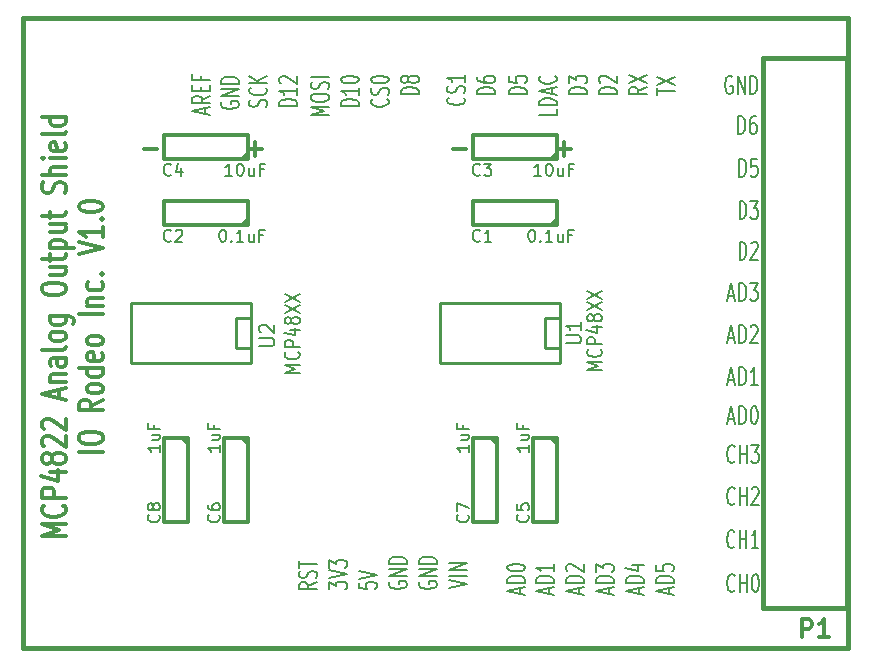
<source format=gto>
G04 (created by PCBNEW-RS274X (2011-aug-04)-testing) date Mon 24 Sep 2012 11:43:35 AM PDT*
G01*
G70*
G90*
%MOIN*%
G04 Gerber Fmt 3.4, Leading zero omitted, Abs format*
%FSLAX34Y34*%
G04 APERTURE LIST*
%ADD10C,0.006000*%
%ADD11C,0.012000*%
%ADD12C,0.008000*%
%ADD13C,0.010000*%
%ADD14C,0.015000*%
G04 APERTURE END LIST*
G54D10*
G54D11*
X11424Y-26285D02*
X10624Y-26285D01*
X11195Y-26085D01*
X10624Y-25885D01*
X11424Y-25885D01*
X11348Y-25256D02*
X11386Y-25285D01*
X11424Y-25371D01*
X11424Y-25428D01*
X11386Y-25513D01*
X11310Y-25571D01*
X11233Y-25599D01*
X11081Y-25628D01*
X10967Y-25628D01*
X10814Y-25599D01*
X10738Y-25571D01*
X10662Y-25513D01*
X10624Y-25428D01*
X10624Y-25371D01*
X10662Y-25285D01*
X10700Y-25256D01*
X11424Y-24999D02*
X10624Y-24999D01*
X10624Y-24771D01*
X10662Y-24713D01*
X10700Y-24685D01*
X10776Y-24656D01*
X10890Y-24656D01*
X10967Y-24685D01*
X11005Y-24713D01*
X11043Y-24771D01*
X11043Y-24999D01*
X10890Y-24142D02*
X11424Y-24142D01*
X10586Y-24285D02*
X11157Y-24428D01*
X11157Y-24056D01*
X10967Y-23742D02*
X10929Y-23800D01*
X10890Y-23828D01*
X10814Y-23857D01*
X10776Y-23857D01*
X10700Y-23828D01*
X10662Y-23800D01*
X10624Y-23742D01*
X10624Y-23628D01*
X10662Y-23571D01*
X10700Y-23542D01*
X10776Y-23514D01*
X10814Y-23514D01*
X10890Y-23542D01*
X10929Y-23571D01*
X10967Y-23628D01*
X10967Y-23742D01*
X11005Y-23800D01*
X11043Y-23828D01*
X11119Y-23857D01*
X11271Y-23857D01*
X11348Y-23828D01*
X11386Y-23800D01*
X11424Y-23742D01*
X11424Y-23628D01*
X11386Y-23571D01*
X11348Y-23542D01*
X11271Y-23514D01*
X11119Y-23514D01*
X11043Y-23542D01*
X11005Y-23571D01*
X10967Y-23628D01*
X10700Y-23286D02*
X10662Y-23257D01*
X10624Y-23200D01*
X10624Y-23057D01*
X10662Y-23000D01*
X10700Y-22971D01*
X10776Y-22943D01*
X10852Y-22943D01*
X10967Y-22971D01*
X11424Y-23314D01*
X11424Y-22943D01*
X10700Y-22715D02*
X10662Y-22686D01*
X10624Y-22629D01*
X10624Y-22486D01*
X10662Y-22429D01*
X10700Y-22400D01*
X10776Y-22372D01*
X10852Y-22372D01*
X10967Y-22400D01*
X11424Y-22743D01*
X11424Y-22372D01*
X11195Y-21687D02*
X11195Y-21401D01*
X11424Y-21744D02*
X10624Y-21544D01*
X11424Y-21344D01*
X10890Y-21144D02*
X11424Y-21144D01*
X10967Y-21144D02*
X10929Y-21116D01*
X10890Y-21058D01*
X10890Y-20973D01*
X10929Y-20916D01*
X11005Y-20887D01*
X11424Y-20887D01*
X11424Y-20344D02*
X11005Y-20344D01*
X10929Y-20373D01*
X10890Y-20430D01*
X10890Y-20544D01*
X10929Y-20601D01*
X11386Y-20344D02*
X11424Y-20401D01*
X11424Y-20544D01*
X11386Y-20601D01*
X11310Y-20630D01*
X11233Y-20630D01*
X11157Y-20601D01*
X11119Y-20544D01*
X11119Y-20401D01*
X11081Y-20344D01*
X11424Y-19972D02*
X11386Y-20030D01*
X11310Y-20058D01*
X10624Y-20058D01*
X11424Y-19658D02*
X11386Y-19716D01*
X11348Y-19744D01*
X11271Y-19773D01*
X11043Y-19773D01*
X10967Y-19744D01*
X10929Y-19716D01*
X10890Y-19658D01*
X10890Y-19573D01*
X10929Y-19516D01*
X10967Y-19487D01*
X11043Y-19458D01*
X11271Y-19458D01*
X11348Y-19487D01*
X11386Y-19516D01*
X11424Y-19573D01*
X11424Y-19658D01*
X10890Y-18944D02*
X11538Y-18944D01*
X11614Y-18973D01*
X11652Y-19001D01*
X11690Y-19058D01*
X11690Y-19144D01*
X11652Y-19201D01*
X11386Y-18944D02*
X11424Y-19001D01*
X11424Y-19115D01*
X11386Y-19173D01*
X11348Y-19201D01*
X11271Y-19230D01*
X11043Y-19230D01*
X10967Y-19201D01*
X10929Y-19173D01*
X10890Y-19115D01*
X10890Y-19001D01*
X10929Y-18944D01*
X10624Y-18087D02*
X10624Y-17973D01*
X10662Y-17915D01*
X10738Y-17858D01*
X10890Y-17830D01*
X11157Y-17830D01*
X11310Y-17858D01*
X11386Y-17915D01*
X11424Y-17973D01*
X11424Y-18087D01*
X11386Y-18144D01*
X11310Y-18201D01*
X11157Y-18230D01*
X10890Y-18230D01*
X10738Y-18201D01*
X10662Y-18144D01*
X10624Y-18087D01*
X10890Y-17315D02*
X11424Y-17315D01*
X10890Y-17572D02*
X11310Y-17572D01*
X11386Y-17544D01*
X11424Y-17486D01*
X11424Y-17401D01*
X11386Y-17344D01*
X11348Y-17315D01*
X10890Y-17115D02*
X10890Y-16886D01*
X10624Y-17029D02*
X11310Y-17029D01*
X11386Y-17001D01*
X11424Y-16943D01*
X11424Y-16886D01*
X10890Y-16686D02*
X11690Y-16686D01*
X10929Y-16686D02*
X10890Y-16629D01*
X10890Y-16515D01*
X10929Y-16458D01*
X10967Y-16429D01*
X11043Y-16400D01*
X11271Y-16400D01*
X11348Y-16429D01*
X11386Y-16458D01*
X11424Y-16515D01*
X11424Y-16629D01*
X11386Y-16686D01*
X10890Y-15886D02*
X11424Y-15886D01*
X10890Y-16143D02*
X11310Y-16143D01*
X11386Y-16115D01*
X11424Y-16057D01*
X11424Y-15972D01*
X11386Y-15915D01*
X11348Y-15886D01*
X10890Y-15686D02*
X10890Y-15457D01*
X10624Y-15600D02*
X11310Y-15600D01*
X11386Y-15572D01*
X11424Y-15514D01*
X11424Y-15457D01*
X11386Y-14829D02*
X11424Y-14743D01*
X11424Y-14600D01*
X11386Y-14543D01*
X11348Y-14514D01*
X11271Y-14486D01*
X11195Y-14486D01*
X11119Y-14514D01*
X11081Y-14543D01*
X11043Y-14600D01*
X11005Y-14714D01*
X10967Y-14772D01*
X10929Y-14800D01*
X10852Y-14829D01*
X10776Y-14829D01*
X10700Y-14800D01*
X10662Y-14772D01*
X10624Y-14714D01*
X10624Y-14572D01*
X10662Y-14486D01*
X11424Y-14229D02*
X10624Y-14229D01*
X11424Y-13972D02*
X11005Y-13972D01*
X10929Y-14001D01*
X10890Y-14058D01*
X10890Y-14143D01*
X10929Y-14201D01*
X10967Y-14229D01*
X11424Y-13686D02*
X10890Y-13686D01*
X10624Y-13686D02*
X10662Y-13715D01*
X10700Y-13686D01*
X10662Y-13658D01*
X10624Y-13686D01*
X10700Y-13686D01*
X11386Y-13172D02*
X11424Y-13229D01*
X11424Y-13343D01*
X11386Y-13400D01*
X11310Y-13429D01*
X11005Y-13429D01*
X10929Y-13400D01*
X10890Y-13343D01*
X10890Y-13229D01*
X10929Y-13172D01*
X11005Y-13143D01*
X11081Y-13143D01*
X11157Y-13429D01*
X11424Y-12800D02*
X11386Y-12858D01*
X11310Y-12886D01*
X10624Y-12886D01*
X11424Y-12315D02*
X10624Y-12315D01*
X11386Y-12315D02*
X11424Y-12372D01*
X11424Y-12486D01*
X11386Y-12544D01*
X11348Y-12572D01*
X11271Y-12601D01*
X11043Y-12601D01*
X10967Y-12572D01*
X10929Y-12544D01*
X10890Y-12486D01*
X10890Y-12372D01*
X10929Y-12315D01*
X12664Y-23457D02*
X11864Y-23457D01*
X11864Y-23057D02*
X11864Y-22943D01*
X11902Y-22885D01*
X11978Y-22828D01*
X12130Y-22800D01*
X12397Y-22800D01*
X12550Y-22828D01*
X12626Y-22885D01*
X12664Y-22943D01*
X12664Y-23057D01*
X12626Y-23114D01*
X12550Y-23171D01*
X12397Y-23200D01*
X12130Y-23200D01*
X11978Y-23171D01*
X11902Y-23114D01*
X11864Y-23057D01*
X12664Y-21742D02*
X12283Y-21942D01*
X12664Y-22085D02*
X11864Y-22085D01*
X11864Y-21857D01*
X11902Y-21799D01*
X11940Y-21771D01*
X12016Y-21742D01*
X12130Y-21742D01*
X12207Y-21771D01*
X12245Y-21799D01*
X12283Y-21857D01*
X12283Y-22085D01*
X12664Y-21399D02*
X12626Y-21457D01*
X12588Y-21485D01*
X12511Y-21514D01*
X12283Y-21514D01*
X12207Y-21485D01*
X12169Y-21457D01*
X12130Y-21399D01*
X12130Y-21314D01*
X12169Y-21257D01*
X12207Y-21228D01*
X12283Y-21199D01*
X12511Y-21199D01*
X12588Y-21228D01*
X12626Y-21257D01*
X12664Y-21314D01*
X12664Y-21399D01*
X12664Y-20685D02*
X11864Y-20685D01*
X12626Y-20685D02*
X12664Y-20742D01*
X12664Y-20856D01*
X12626Y-20914D01*
X12588Y-20942D01*
X12511Y-20971D01*
X12283Y-20971D01*
X12207Y-20942D01*
X12169Y-20914D01*
X12130Y-20856D01*
X12130Y-20742D01*
X12169Y-20685D01*
X12626Y-20171D02*
X12664Y-20228D01*
X12664Y-20342D01*
X12626Y-20399D01*
X12550Y-20428D01*
X12245Y-20428D01*
X12169Y-20399D01*
X12130Y-20342D01*
X12130Y-20228D01*
X12169Y-20171D01*
X12245Y-20142D01*
X12321Y-20142D01*
X12397Y-20428D01*
X12664Y-19799D02*
X12626Y-19857D01*
X12588Y-19885D01*
X12511Y-19914D01*
X12283Y-19914D01*
X12207Y-19885D01*
X12169Y-19857D01*
X12130Y-19799D01*
X12130Y-19714D01*
X12169Y-19657D01*
X12207Y-19628D01*
X12283Y-19599D01*
X12511Y-19599D01*
X12588Y-19628D01*
X12626Y-19657D01*
X12664Y-19714D01*
X12664Y-19799D01*
X12664Y-18885D02*
X11864Y-18885D01*
X12130Y-18599D02*
X12664Y-18599D01*
X12207Y-18599D02*
X12169Y-18571D01*
X12130Y-18513D01*
X12130Y-18428D01*
X12169Y-18371D01*
X12245Y-18342D01*
X12664Y-18342D01*
X12626Y-17799D02*
X12664Y-17856D01*
X12664Y-17970D01*
X12626Y-18028D01*
X12588Y-18056D01*
X12511Y-18085D01*
X12283Y-18085D01*
X12207Y-18056D01*
X12169Y-18028D01*
X12130Y-17970D01*
X12130Y-17856D01*
X12169Y-17799D01*
X12588Y-17542D02*
X12626Y-17514D01*
X12664Y-17542D01*
X12626Y-17571D01*
X12588Y-17542D01*
X12664Y-17542D01*
X11864Y-16885D02*
X12664Y-16685D01*
X11864Y-16485D01*
X12664Y-15971D02*
X12664Y-16314D01*
X12664Y-16142D02*
X11864Y-16142D01*
X11978Y-16199D01*
X12054Y-16257D01*
X12092Y-16314D01*
X12588Y-15714D02*
X12626Y-15686D01*
X12664Y-15714D01*
X12626Y-15743D01*
X12588Y-15714D01*
X12664Y-15714D01*
X11864Y-15314D02*
X11864Y-15257D01*
X11902Y-15200D01*
X11940Y-15171D01*
X12016Y-15142D01*
X12169Y-15114D01*
X12359Y-15114D01*
X12511Y-15142D01*
X12588Y-15171D01*
X12626Y-15200D01*
X12664Y-15257D01*
X12664Y-15314D01*
X12626Y-15371D01*
X12588Y-15400D01*
X12511Y-15428D01*
X12359Y-15457D01*
X12169Y-15457D01*
X12016Y-15428D01*
X11940Y-15400D01*
X11902Y-15371D01*
X11864Y-15314D01*
G54D12*
X31521Y-28186D02*
X31521Y-27995D01*
X31693Y-28224D02*
X31093Y-28091D01*
X31693Y-27957D01*
X31693Y-27824D02*
X31093Y-27824D01*
X31093Y-27729D01*
X31121Y-27671D01*
X31179Y-27633D01*
X31236Y-27614D01*
X31350Y-27595D01*
X31436Y-27595D01*
X31550Y-27614D01*
X31607Y-27633D01*
X31664Y-27671D01*
X31693Y-27729D01*
X31693Y-27824D01*
X31093Y-27233D02*
X31093Y-27424D01*
X31379Y-27443D01*
X31350Y-27424D01*
X31321Y-27386D01*
X31321Y-27290D01*
X31350Y-27252D01*
X31379Y-27233D01*
X31436Y-27214D01*
X31579Y-27214D01*
X31636Y-27233D01*
X31664Y-27252D01*
X31693Y-27290D01*
X31693Y-27386D01*
X31664Y-27424D01*
X31636Y-27443D01*
X30521Y-28186D02*
X30521Y-27995D01*
X30693Y-28224D02*
X30093Y-28091D01*
X30693Y-27957D01*
X30693Y-27824D02*
X30093Y-27824D01*
X30093Y-27729D01*
X30121Y-27671D01*
X30179Y-27633D01*
X30236Y-27614D01*
X30350Y-27595D01*
X30436Y-27595D01*
X30550Y-27614D01*
X30607Y-27633D01*
X30664Y-27671D01*
X30693Y-27729D01*
X30693Y-27824D01*
X30293Y-27252D02*
X30693Y-27252D01*
X30064Y-27348D02*
X30493Y-27443D01*
X30493Y-27195D01*
X29521Y-28186D02*
X29521Y-27995D01*
X29693Y-28224D02*
X29093Y-28091D01*
X29693Y-27957D01*
X29693Y-27824D02*
X29093Y-27824D01*
X29093Y-27729D01*
X29121Y-27671D01*
X29179Y-27633D01*
X29236Y-27614D01*
X29350Y-27595D01*
X29436Y-27595D01*
X29550Y-27614D01*
X29607Y-27633D01*
X29664Y-27671D01*
X29693Y-27729D01*
X29693Y-27824D01*
X29093Y-27462D02*
X29093Y-27214D01*
X29321Y-27348D01*
X29321Y-27290D01*
X29350Y-27252D01*
X29379Y-27233D01*
X29436Y-27214D01*
X29579Y-27214D01*
X29636Y-27233D01*
X29664Y-27252D01*
X29693Y-27290D01*
X29693Y-27405D01*
X29664Y-27443D01*
X29636Y-27462D01*
X28521Y-28186D02*
X28521Y-27995D01*
X28693Y-28224D02*
X28093Y-28091D01*
X28693Y-27957D01*
X28693Y-27824D02*
X28093Y-27824D01*
X28093Y-27729D01*
X28121Y-27671D01*
X28179Y-27633D01*
X28236Y-27614D01*
X28350Y-27595D01*
X28436Y-27595D01*
X28550Y-27614D01*
X28607Y-27633D01*
X28664Y-27671D01*
X28693Y-27729D01*
X28693Y-27824D01*
X28150Y-27443D02*
X28121Y-27424D01*
X28093Y-27386D01*
X28093Y-27290D01*
X28121Y-27252D01*
X28150Y-27233D01*
X28207Y-27214D01*
X28264Y-27214D01*
X28350Y-27233D01*
X28693Y-27462D01*
X28693Y-27214D01*
X27521Y-28186D02*
X27521Y-27995D01*
X27693Y-28224D02*
X27093Y-28091D01*
X27693Y-27957D01*
X27693Y-27824D02*
X27093Y-27824D01*
X27093Y-27729D01*
X27121Y-27671D01*
X27179Y-27633D01*
X27236Y-27614D01*
X27350Y-27595D01*
X27436Y-27595D01*
X27550Y-27614D01*
X27607Y-27633D01*
X27664Y-27671D01*
X27693Y-27729D01*
X27693Y-27824D01*
X27693Y-27214D02*
X27693Y-27443D01*
X27693Y-27329D02*
X27093Y-27329D01*
X27179Y-27367D01*
X27236Y-27405D01*
X27264Y-27443D01*
X26571Y-28186D02*
X26571Y-27995D01*
X26743Y-28224D02*
X26143Y-28091D01*
X26743Y-27957D01*
X26743Y-27824D02*
X26143Y-27824D01*
X26143Y-27729D01*
X26171Y-27671D01*
X26229Y-27633D01*
X26286Y-27614D01*
X26400Y-27595D01*
X26486Y-27595D01*
X26600Y-27614D01*
X26657Y-27633D01*
X26714Y-27671D01*
X26743Y-27729D01*
X26743Y-27824D01*
X26143Y-27348D02*
X26143Y-27309D01*
X26171Y-27271D01*
X26200Y-27252D01*
X26257Y-27233D01*
X26371Y-27214D01*
X26514Y-27214D01*
X26629Y-27233D01*
X26686Y-27252D01*
X26714Y-27271D01*
X26743Y-27309D01*
X26743Y-27348D01*
X26714Y-27386D01*
X26686Y-27405D01*
X26629Y-27424D01*
X26514Y-27443D01*
X26371Y-27443D01*
X26257Y-27424D01*
X26200Y-27405D01*
X26171Y-27386D01*
X26143Y-27348D01*
X24193Y-27988D02*
X24793Y-27855D01*
X24193Y-27721D01*
X24793Y-27588D02*
X24193Y-27588D01*
X24793Y-27398D02*
X24193Y-27398D01*
X24793Y-27169D01*
X24193Y-27169D01*
X23221Y-27804D02*
X23193Y-27842D01*
X23193Y-27899D01*
X23221Y-27957D01*
X23279Y-27995D01*
X23336Y-28014D01*
X23450Y-28033D01*
X23536Y-28033D01*
X23650Y-28014D01*
X23707Y-27995D01*
X23764Y-27957D01*
X23793Y-27899D01*
X23793Y-27861D01*
X23764Y-27804D01*
X23736Y-27785D01*
X23536Y-27785D01*
X23536Y-27861D01*
X23793Y-27614D02*
X23193Y-27614D01*
X23793Y-27385D01*
X23193Y-27385D01*
X23793Y-27195D02*
X23193Y-27195D01*
X23193Y-27100D01*
X23221Y-27042D01*
X23279Y-27004D01*
X23336Y-26985D01*
X23450Y-26966D01*
X23536Y-26966D01*
X23650Y-26985D01*
X23707Y-27004D01*
X23764Y-27042D01*
X23793Y-27100D01*
X23793Y-27195D01*
X22221Y-27804D02*
X22193Y-27842D01*
X22193Y-27899D01*
X22221Y-27957D01*
X22279Y-27995D01*
X22336Y-28014D01*
X22450Y-28033D01*
X22536Y-28033D01*
X22650Y-28014D01*
X22707Y-27995D01*
X22764Y-27957D01*
X22793Y-27899D01*
X22793Y-27861D01*
X22764Y-27804D01*
X22736Y-27785D01*
X22536Y-27785D01*
X22536Y-27861D01*
X22793Y-27614D02*
X22193Y-27614D01*
X22793Y-27385D01*
X22193Y-27385D01*
X22793Y-27195D02*
X22193Y-27195D01*
X22193Y-27100D01*
X22221Y-27042D01*
X22279Y-27004D01*
X22336Y-26985D01*
X22450Y-26966D01*
X22536Y-26966D01*
X22650Y-26985D01*
X22707Y-27004D01*
X22764Y-27042D01*
X22793Y-27100D01*
X22793Y-27195D01*
X21193Y-27826D02*
X21193Y-28017D01*
X21479Y-28036D01*
X21450Y-28017D01*
X21421Y-27979D01*
X21421Y-27883D01*
X21450Y-27845D01*
X21479Y-27826D01*
X21536Y-27807D01*
X21679Y-27807D01*
X21736Y-27826D01*
X21764Y-27845D01*
X21793Y-27883D01*
X21793Y-27979D01*
X21764Y-28017D01*
X21736Y-28036D01*
X21193Y-27693D02*
X21793Y-27560D01*
X21193Y-27426D01*
X20193Y-28045D02*
X20193Y-27797D01*
X20421Y-27931D01*
X20421Y-27873D01*
X20450Y-27835D01*
X20479Y-27816D01*
X20536Y-27797D01*
X20679Y-27797D01*
X20736Y-27816D01*
X20764Y-27835D01*
X20793Y-27873D01*
X20793Y-27988D01*
X20764Y-28026D01*
X20736Y-28045D01*
X20193Y-27683D02*
X20793Y-27550D01*
X20193Y-27416D01*
X20193Y-27321D02*
X20193Y-27073D01*
X20421Y-27207D01*
X20421Y-27149D01*
X20450Y-27111D01*
X20479Y-27092D01*
X20536Y-27073D01*
X20679Y-27073D01*
X20736Y-27092D01*
X20764Y-27111D01*
X20793Y-27149D01*
X20793Y-27264D01*
X20764Y-27302D01*
X20736Y-27321D01*
X19793Y-27819D02*
X19507Y-27953D01*
X19793Y-28048D02*
X19193Y-28048D01*
X19193Y-27895D01*
X19221Y-27857D01*
X19250Y-27838D01*
X19307Y-27819D01*
X19393Y-27819D01*
X19450Y-27838D01*
X19479Y-27857D01*
X19507Y-27895D01*
X19507Y-28048D01*
X19764Y-27667D02*
X19793Y-27610D01*
X19793Y-27514D01*
X19764Y-27476D01*
X19736Y-27457D01*
X19679Y-27438D01*
X19621Y-27438D01*
X19564Y-27457D01*
X19536Y-27476D01*
X19507Y-27514D01*
X19479Y-27591D01*
X19450Y-27629D01*
X19421Y-27648D01*
X19364Y-27667D01*
X19307Y-27667D01*
X19250Y-27648D01*
X19221Y-27629D01*
X19193Y-27591D01*
X19193Y-27495D01*
X19221Y-27438D01*
X19193Y-27324D02*
X19193Y-27095D01*
X19793Y-27210D02*
X19193Y-27210D01*
X31143Y-11555D02*
X31143Y-11326D01*
X31743Y-11441D02*
X31143Y-11441D01*
X31143Y-11231D02*
X31743Y-10964D01*
X31143Y-10964D02*
X31743Y-11231D01*
X30793Y-11316D02*
X30507Y-11450D01*
X30793Y-11545D02*
X30193Y-11545D01*
X30193Y-11392D01*
X30221Y-11354D01*
X30250Y-11335D01*
X30307Y-11316D01*
X30393Y-11316D01*
X30450Y-11335D01*
X30479Y-11354D01*
X30507Y-11392D01*
X30507Y-11545D01*
X30193Y-11183D02*
X30793Y-10916D01*
X30193Y-10916D02*
X30793Y-11183D01*
X29793Y-11545D02*
X29193Y-11545D01*
X29193Y-11450D01*
X29221Y-11392D01*
X29279Y-11354D01*
X29336Y-11335D01*
X29450Y-11316D01*
X29536Y-11316D01*
X29650Y-11335D01*
X29707Y-11354D01*
X29764Y-11392D01*
X29793Y-11450D01*
X29793Y-11545D01*
X29250Y-11164D02*
X29221Y-11145D01*
X29193Y-11107D01*
X29193Y-11011D01*
X29221Y-10973D01*
X29250Y-10954D01*
X29307Y-10935D01*
X29364Y-10935D01*
X29450Y-10954D01*
X29793Y-11183D01*
X29793Y-10935D01*
X28793Y-11545D02*
X28193Y-11545D01*
X28193Y-11450D01*
X28221Y-11392D01*
X28279Y-11354D01*
X28336Y-11335D01*
X28450Y-11316D01*
X28536Y-11316D01*
X28650Y-11335D01*
X28707Y-11354D01*
X28764Y-11392D01*
X28793Y-11450D01*
X28793Y-11545D01*
X28193Y-11183D02*
X28193Y-10935D01*
X28421Y-11069D01*
X28421Y-11011D01*
X28450Y-10973D01*
X28479Y-10954D01*
X28536Y-10935D01*
X28679Y-10935D01*
X28736Y-10954D01*
X28764Y-10973D01*
X28793Y-11011D01*
X28793Y-11126D01*
X28764Y-11164D01*
X28736Y-11183D01*
X26793Y-11545D02*
X26193Y-11545D01*
X26193Y-11450D01*
X26221Y-11392D01*
X26279Y-11354D01*
X26336Y-11335D01*
X26450Y-11316D01*
X26536Y-11316D01*
X26650Y-11335D01*
X26707Y-11354D01*
X26764Y-11392D01*
X26793Y-11450D01*
X26793Y-11545D01*
X26193Y-10954D02*
X26193Y-11145D01*
X26479Y-11164D01*
X26450Y-11145D01*
X26421Y-11107D01*
X26421Y-11011D01*
X26450Y-10973D01*
X26479Y-10954D01*
X26536Y-10935D01*
X26679Y-10935D01*
X26736Y-10954D01*
X26764Y-10973D01*
X26793Y-11011D01*
X26793Y-11107D01*
X26764Y-11145D01*
X26736Y-11164D01*
X25743Y-11545D02*
X25143Y-11545D01*
X25143Y-11450D01*
X25171Y-11392D01*
X25229Y-11354D01*
X25286Y-11335D01*
X25400Y-11316D01*
X25486Y-11316D01*
X25600Y-11335D01*
X25657Y-11354D01*
X25714Y-11392D01*
X25743Y-11450D01*
X25743Y-11545D01*
X25143Y-10973D02*
X25143Y-11050D01*
X25171Y-11088D01*
X25200Y-11107D01*
X25286Y-11145D01*
X25400Y-11164D01*
X25629Y-11164D01*
X25686Y-11145D01*
X25714Y-11126D01*
X25743Y-11088D01*
X25743Y-11011D01*
X25714Y-10973D01*
X25686Y-10954D01*
X25629Y-10935D01*
X25486Y-10935D01*
X25429Y-10954D01*
X25400Y-10973D01*
X25371Y-11011D01*
X25371Y-11088D01*
X25400Y-11126D01*
X25429Y-11145D01*
X25486Y-11164D01*
X24686Y-11657D02*
X24714Y-11676D01*
X24743Y-11733D01*
X24743Y-11771D01*
X24714Y-11829D01*
X24657Y-11867D01*
X24600Y-11886D01*
X24486Y-11905D01*
X24400Y-11905D01*
X24286Y-11886D01*
X24229Y-11867D01*
X24171Y-11829D01*
X24143Y-11771D01*
X24143Y-11733D01*
X24171Y-11676D01*
X24200Y-11657D01*
X24714Y-11505D02*
X24743Y-11448D01*
X24743Y-11352D01*
X24714Y-11314D01*
X24686Y-11295D01*
X24629Y-11276D01*
X24571Y-11276D01*
X24514Y-11295D01*
X24486Y-11314D01*
X24457Y-11352D01*
X24429Y-11429D01*
X24400Y-11467D01*
X24371Y-11486D01*
X24314Y-11505D01*
X24257Y-11505D01*
X24200Y-11486D01*
X24171Y-11467D01*
X24143Y-11429D01*
X24143Y-11333D01*
X24171Y-11276D01*
X24743Y-10895D02*
X24743Y-11124D01*
X24743Y-11010D02*
X24143Y-11010D01*
X24229Y-11048D01*
X24286Y-11086D01*
X24314Y-11124D01*
X23193Y-11545D02*
X22593Y-11545D01*
X22593Y-11450D01*
X22621Y-11392D01*
X22679Y-11354D01*
X22736Y-11335D01*
X22850Y-11316D01*
X22936Y-11316D01*
X23050Y-11335D01*
X23107Y-11354D01*
X23164Y-11392D01*
X23193Y-11450D01*
X23193Y-11545D01*
X22850Y-11088D02*
X22821Y-11126D01*
X22793Y-11145D01*
X22736Y-11164D01*
X22707Y-11164D01*
X22650Y-11145D01*
X22621Y-11126D01*
X22593Y-11088D01*
X22593Y-11011D01*
X22621Y-10973D01*
X22650Y-10954D01*
X22707Y-10935D01*
X22736Y-10935D01*
X22793Y-10954D01*
X22821Y-10973D01*
X22850Y-11011D01*
X22850Y-11088D01*
X22879Y-11126D01*
X22907Y-11145D01*
X22964Y-11164D01*
X23079Y-11164D01*
X23136Y-11145D01*
X23164Y-11126D01*
X23193Y-11088D01*
X23193Y-11011D01*
X23164Y-10973D01*
X23136Y-10954D01*
X23079Y-10935D01*
X22964Y-10935D01*
X22907Y-10954D01*
X22879Y-10973D01*
X22850Y-11011D01*
X22136Y-11707D02*
X22164Y-11726D01*
X22193Y-11783D01*
X22193Y-11821D01*
X22164Y-11879D01*
X22107Y-11917D01*
X22050Y-11936D01*
X21936Y-11955D01*
X21850Y-11955D01*
X21736Y-11936D01*
X21679Y-11917D01*
X21621Y-11879D01*
X21593Y-11821D01*
X21593Y-11783D01*
X21621Y-11726D01*
X21650Y-11707D01*
X22164Y-11555D02*
X22193Y-11498D01*
X22193Y-11402D01*
X22164Y-11364D01*
X22136Y-11345D01*
X22079Y-11326D01*
X22021Y-11326D01*
X21964Y-11345D01*
X21936Y-11364D01*
X21907Y-11402D01*
X21879Y-11479D01*
X21850Y-11517D01*
X21821Y-11536D01*
X21764Y-11555D01*
X21707Y-11555D01*
X21650Y-11536D01*
X21621Y-11517D01*
X21593Y-11479D01*
X21593Y-11383D01*
X21621Y-11326D01*
X21593Y-11079D02*
X21593Y-11040D01*
X21621Y-11002D01*
X21650Y-10983D01*
X21707Y-10964D01*
X21821Y-10945D01*
X21964Y-10945D01*
X22079Y-10964D01*
X22136Y-10983D01*
X22164Y-11002D01*
X22193Y-11040D01*
X22193Y-11079D01*
X22164Y-11117D01*
X22136Y-11136D01*
X22079Y-11155D01*
X21964Y-11174D01*
X21821Y-11174D01*
X21707Y-11155D01*
X21650Y-11136D01*
X21621Y-11117D01*
X21593Y-11079D01*
X21193Y-11936D02*
X20593Y-11936D01*
X20593Y-11841D01*
X20621Y-11783D01*
X20679Y-11745D01*
X20736Y-11726D01*
X20850Y-11707D01*
X20936Y-11707D01*
X21050Y-11726D01*
X21107Y-11745D01*
X21164Y-11783D01*
X21193Y-11841D01*
X21193Y-11936D01*
X21193Y-11326D02*
X21193Y-11555D01*
X21193Y-11441D02*
X20593Y-11441D01*
X20679Y-11479D01*
X20736Y-11517D01*
X20764Y-11555D01*
X20593Y-11079D02*
X20593Y-11040D01*
X20621Y-11002D01*
X20650Y-10983D01*
X20707Y-10964D01*
X20821Y-10945D01*
X20964Y-10945D01*
X21079Y-10964D01*
X21136Y-10983D01*
X21164Y-11002D01*
X21193Y-11040D01*
X21193Y-11079D01*
X21164Y-11117D01*
X21136Y-11136D01*
X21079Y-11155D01*
X20964Y-11174D01*
X20821Y-11174D01*
X20707Y-11155D01*
X20650Y-11136D01*
X20621Y-11117D01*
X20593Y-11079D01*
X20193Y-12228D02*
X19593Y-12228D01*
X20021Y-12094D01*
X19593Y-11961D01*
X20193Y-11961D01*
X19593Y-11695D02*
X19593Y-11618D01*
X19621Y-11580D01*
X19679Y-11542D01*
X19793Y-11523D01*
X19993Y-11523D01*
X20107Y-11542D01*
X20164Y-11580D01*
X20193Y-11618D01*
X20193Y-11695D01*
X20164Y-11733D01*
X20107Y-11771D01*
X19993Y-11790D01*
X19793Y-11790D01*
X19679Y-11771D01*
X19621Y-11733D01*
X19593Y-11695D01*
X20164Y-11371D02*
X20193Y-11314D01*
X20193Y-11218D01*
X20164Y-11180D01*
X20136Y-11161D01*
X20079Y-11142D01*
X20021Y-11142D01*
X19964Y-11161D01*
X19936Y-11180D01*
X19907Y-11218D01*
X19879Y-11295D01*
X19850Y-11333D01*
X19821Y-11352D01*
X19764Y-11371D01*
X19707Y-11371D01*
X19650Y-11352D01*
X19621Y-11333D01*
X19593Y-11295D01*
X19593Y-11199D01*
X19621Y-11142D01*
X20193Y-10971D02*
X19593Y-10971D01*
X19143Y-11936D02*
X18543Y-11936D01*
X18543Y-11841D01*
X18571Y-11783D01*
X18629Y-11745D01*
X18686Y-11726D01*
X18800Y-11707D01*
X18886Y-11707D01*
X19000Y-11726D01*
X19057Y-11745D01*
X19114Y-11783D01*
X19143Y-11841D01*
X19143Y-11936D01*
X19143Y-11326D02*
X19143Y-11555D01*
X19143Y-11441D02*
X18543Y-11441D01*
X18629Y-11479D01*
X18686Y-11517D01*
X18714Y-11555D01*
X18600Y-11174D02*
X18571Y-11155D01*
X18543Y-11117D01*
X18543Y-11021D01*
X18571Y-10983D01*
X18600Y-10964D01*
X18657Y-10945D01*
X18714Y-10945D01*
X18800Y-10964D01*
X19143Y-11193D01*
X19143Y-10945D01*
X18114Y-11964D02*
X18143Y-11907D01*
X18143Y-11811D01*
X18114Y-11773D01*
X18086Y-11754D01*
X18029Y-11735D01*
X17971Y-11735D01*
X17914Y-11754D01*
X17886Y-11773D01*
X17857Y-11811D01*
X17829Y-11888D01*
X17800Y-11926D01*
X17771Y-11945D01*
X17714Y-11964D01*
X17657Y-11964D01*
X17600Y-11945D01*
X17571Y-11926D01*
X17543Y-11888D01*
X17543Y-11792D01*
X17571Y-11735D01*
X18086Y-11335D02*
X18114Y-11354D01*
X18143Y-11411D01*
X18143Y-11449D01*
X18114Y-11507D01*
X18057Y-11545D01*
X18000Y-11564D01*
X17886Y-11583D01*
X17800Y-11583D01*
X17686Y-11564D01*
X17629Y-11545D01*
X17571Y-11507D01*
X17543Y-11449D01*
X17543Y-11411D01*
X17571Y-11354D01*
X17600Y-11335D01*
X18143Y-11164D02*
X17543Y-11164D01*
X18143Y-10935D02*
X17800Y-11107D01*
X17543Y-10935D02*
X17886Y-11164D01*
X16621Y-11804D02*
X16593Y-11842D01*
X16593Y-11899D01*
X16621Y-11957D01*
X16679Y-11995D01*
X16736Y-12014D01*
X16850Y-12033D01*
X16936Y-12033D01*
X17050Y-12014D01*
X17107Y-11995D01*
X17164Y-11957D01*
X17193Y-11899D01*
X17193Y-11861D01*
X17164Y-11804D01*
X17136Y-11785D01*
X16936Y-11785D01*
X16936Y-11861D01*
X17193Y-11614D02*
X16593Y-11614D01*
X17193Y-11385D01*
X16593Y-11385D01*
X17193Y-11195D02*
X16593Y-11195D01*
X16593Y-11100D01*
X16621Y-11042D01*
X16679Y-11004D01*
X16736Y-10985D01*
X16850Y-10966D01*
X16936Y-10966D01*
X17050Y-10985D01*
X17107Y-11004D01*
X17164Y-11042D01*
X17193Y-11100D01*
X17193Y-11195D01*
X16071Y-12198D02*
X16071Y-12007D01*
X16243Y-12236D02*
X15643Y-12103D01*
X16243Y-11969D01*
X16243Y-11607D02*
X15957Y-11741D01*
X16243Y-11836D02*
X15643Y-11836D01*
X15643Y-11683D01*
X15671Y-11645D01*
X15700Y-11626D01*
X15757Y-11607D01*
X15843Y-11607D01*
X15900Y-11626D01*
X15929Y-11645D01*
X15957Y-11683D01*
X15957Y-11836D01*
X15929Y-11436D02*
X15929Y-11302D01*
X16243Y-11245D02*
X16243Y-11436D01*
X15643Y-11436D01*
X15643Y-11245D01*
X15929Y-10940D02*
X15929Y-11074D01*
X16243Y-11074D02*
X15643Y-11074D01*
X15643Y-10883D01*
X27793Y-12047D02*
X27793Y-12238D01*
X27193Y-12238D01*
X27793Y-11914D02*
X27193Y-11914D01*
X27193Y-11819D01*
X27221Y-11761D01*
X27279Y-11723D01*
X27336Y-11704D01*
X27450Y-11685D01*
X27536Y-11685D01*
X27650Y-11704D01*
X27707Y-11723D01*
X27764Y-11761D01*
X27793Y-11819D01*
X27793Y-11914D01*
X27621Y-11533D02*
X27621Y-11342D01*
X27793Y-11571D02*
X27193Y-11438D01*
X27793Y-11304D01*
X27736Y-10942D02*
X27764Y-10961D01*
X27793Y-11018D01*
X27793Y-11056D01*
X27764Y-11114D01*
X27707Y-11152D01*
X27650Y-11171D01*
X27536Y-11190D01*
X27450Y-11190D01*
X27336Y-11171D01*
X27279Y-11152D01*
X27221Y-11114D01*
X27193Y-11056D01*
X27193Y-11018D01*
X27221Y-10961D01*
X27250Y-10942D01*
X33636Y-10961D02*
X33598Y-10933D01*
X33541Y-10933D01*
X33483Y-10961D01*
X33445Y-11019D01*
X33426Y-11076D01*
X33407Y-11190D01*
X33407Y-11276D01*
X33426Y-11390D01*
X33445Y-11447D01*
X33483Y-11504D01*
X33541Y-11533D01*
X33579Y-11533D01*
X33636Y-11504D01*
X33655Y-11476D01*
X33655Y-11276D01*
X33579Y-11276D01*
X33826Y-11533D02*
X33826Y-10933D01*
X34055Y-11533D01*
X34055Y-10933D01*
X34245Y-11533D02*
X34245Y-10933D01*
X34340Y-10933D01*
X34398Y-10961D01*
X34436Y-11019D01*
X34455Y-11076D01*
X34474Y-11190D01*
X34474Y-11276D01*
X34455Y-11390D01*
X34436Y-11447D01*
X34398Y-11504D01*
X34340Y-11533D01*
X34245Y-11533D01*
X33845Y-12873D02*
X33845Y-12273D01*
X33940Y-12273D01*
X33998Y-12301D01*
X34036Y-12359D01*
X34055Y-12416D01*
X34074Y-12530D01*
X34074Y-12616D01*
X34055Y-12730D01*
X34036Y-12787D01*
X33998Y-12844D01*
X33940Y-12873D01*
X33845Y-12873D01*
X34417Y-12273D02*
X34340Y-12273D01*
X34302Y-12301D01*
X34283Y-12330D01*
X34245Y-12416D01*
X34226Y-12530D01*
X34226Y-12759D01*
X34245Y-12816D01*
X34264Y-12844D01*
X34302Y-12873D01*
X34379Y-12873D01*
X34417Y-12844D01*
X34436Y-12816D01*
X34455Y-12759D01*
X34455Y-12616D01*
X34436Y-12559D01*
X34417Y-12530D01*
X34379Y-12501D01*
X34302Y-12501D01*
X34264Y-12530D01*
X34245Y-12559D01*
X34226Y-12616D01*
X33875Y-14293D02*
X33875Y-13693D01*
X33970Y-13693D01*
X34028Y-13721D01*
X34066Y-13779D01*
X34085Y-13836D01*
X34104Y-13950D01*
X34104Y-14036D01*
X34085Y-14150D01*
X34066Y-14207D01*
X34028Y-14264D01*
X33970Y-14293D01*
X33875Y-14293D01*
X34466Y-13693D02*
X34275Y-13693D01*
X34256Y-13979D01*
X34275Y-13950D01*
X34313Y-13921D01*
X34409Y-13921D01*
X34447Y-13950D01*
X34466Y-13979D01*
X34485Y-14036D01*
X34485Y-14179D01*
X34466Y-14236D01*
X34447Y-14264D01*
X34409Y-14293D01*
X34313Y-14293D01*
X34275Y-14264D01*
X34256Y-14236D01*
X33885Y-15703D02*
X33885Y-15103D01*
X33980Y-15103D01*
X34038Y-15131D01*
X34076Y-15189D01*
X34095Y-15246D01*
X34114Y-15360D01*
X34114Y-15446D01*
X34095Y-15560D01*
X34076Y-15617D01*
X34038Y-15674D01*
X33980Y-15703D01*
X33885Y-15703D01*
X34247Y-15103D02*
X34495Y-15103D01*
X34361Y-15331D01*
X34419Y-15331D01*
X34457Y-15360D01*
X34476Y-15389D01*
X34495Y-15446D01*
X34495Y-15589D01*
X34476Y-15646D01*
X34457Y-15674D01*
X34419Y-15703D01*
X34304Y-15703D01*
X34266Y-15674D01*
X34247Y-15646D01*
X33885Y-17063D02*
X33885Y-16463D01*
X33980Y-16463D01*
X34038Y-16491D01*
X34076Y-16549D01*
X34095Y-16606D01*
X34114Y-16720D01*
X34114Y-16806D01*
X34095Y-16920D01*
X34076Y-16977D01*
X34038Y-17034D01*
X33980Y-17063D01*
X33885Y-17063D01*
X34266Y-16520D02*
X34285Y-16491D01*
X34323Y-16463D01*
X34419Y-16463D01*
X34457Y-16491D01*
X34476Y-16520D01*
X34495Y-16577D01*
X34495Y-16634D01*
X34476Y-16720D01*
X34247Y-17063D01*
X34495Y-17063D01*
X33514Y-18271D02*
X33705Y-18271D01*
X33476Y-18443D02*
X33609Y-17843D01*
X33743Y-18443D01*
X33876Y-18443D02*
X33876Y-17843D01*
X33971Y-17843D01*
X34029Y-17871D01*
X34067Y-17929D01*
X34086Y-17986D01*
X34105Y-18100D01*
X34105Y-18186D01*
X34086Y-18300D01*
X34067Y-18357D01*
X34029Y-18414D01*
X33971Y-18443D01*
X33876Y-18443D01*
X34238Y-17843D02*
X34486Y-17843D01*
X34352Y-18071D01*
X34410Y-18071D01*
X34448Y-18100D01*
X34467Y-18129D01*
X34486Y-18186D01*
X34486Y-18329D01*
X34467Y-18386D01*
X34448Y-18414D01*
X34410Y-18443D01*
X34295Y-18443D01*
X34257Y-18414D01*
X34238Y-18386D01*
X33514Y-19671D02*
X33705Y-19671D01*
X33476Y-19843D02*
X33609Y-19243D01*
X33743Y-19843D01*
X33876Y-19843D02*
X33876Y-19243D01*
X33971Y-19243D01*
X34029Y-19271D01*
X34067Y-19329D01*
X34086Y-19386D01*
X34105Y-19500D01*
X34105Y-19586D01*
X34086Y-19700D01*
X34067Y-19757D01*
X34029Y-19814D01*
X33971Y-19843D01*
X33876Y-19843D01*
X34257Y-19300D02*
X34276Y-19271D01*
X34314Y-19243D01*
X34410Y-19243D01*
X34448Y-19271D01*
X34467Y-19300D01*
X34486Y-19357D01*
X34486Y-19414D01*
X34467Y-19500D01*
X34238Y-19843D01*
X34486Y-19843D01*
X33514Y-21071D02*
X33705Y-21071D01*
X33476Y-21243D02*
X33609Y-20643D01*
X33743Y-21243D01*
X33876Y-21243D02*
X33876Y-20643D01*
X33971Y-20643D01*
X34029Y-20671D01*
X34067Y-20729D01*
X34086Y-20786D01*
X34105Y-20900D01*
X34105Y-20986D01*
X34086Y-21100D01*
X34067Y-21157D01*
X34029Y-21214D01*
X33971Y-21243D01*
X33876Y-21243D01*
X34486Y-21243D02*
X34257Y-21243D01*
X34371Y-21243D02*
X34371Y-20643D01*
X34333Y-20729D01*
X34295Y-20786D01*
X34257Y-20814D01*
X33514Y-22371D02*
X33705Y-22371D01*
X33476Y-22543D02*
X33609Y-21943D01*
X33743Y-22543D01*
X33876Y-22543D02*
X33876Y-21943D01*
X33971Y-21943D01*
X34029Y-21971D01*
X34067Y-22029D01*
X34086Y-22086D01*
X34105Y-22200D01*
X34105Y-22286D01*
X34086Y-22400D01*
X34067Y-22457D01*
X34029Y-22514D01*
X33971Y-22543D01*
X33876Y-22543D01*
X34352Y-21943D02*
X34391Y-21943D01*
X34429Y-21971D01*
X34448Y-22000D01*
X34467Y-22057D01*
X34486Y-22171D01*
X34486Y-22314D01*
X34467Y-22429D01*
X34448Y-22486D01*
X34429Y-22514D01*
X34391Y-22543D01*
X34352Y-22543D01*
X34314Y-22514D01*
X34295Y-22486D01*
X34276Y-22429D01*
X34257Y-22314D01*
X34257Y-22171D01*
X34276Y-22057D01*
X34295Y-22000D01*
X34314Y-21971D01*
X34352Y-21943D01*
X33724Y-25186D02*
X33705Y-25214D01*
X33648Y-25243D01*
X33610Y-25243D01*
X33552Y-25214D01*
X33514Y-25157D01*
X33495Y-25100D01*
X33476Y-24986D01*
X33476Y-24900D01*
X33495Y-24786D01*
X33514Y-24729D01*
X33552Y-24671D01*
X33610Y-24643D01*
X33648Y-24643D01*
X33705Y-24671D01*
X33724Y-24700D01*
X33895Y-25243D02*
X33895Y-24643D01*
X33895Y-24929D02*
X34124Y-24929D01*
X34124Y-25243D02*
X34124Y-24643D01*
X34295Y-24700D02*
X34314Y-24671D01*
X34352Y-24643D01*
X34448Y-24643D01*
X34486Y-24671D01*
X34505Y-24700D01*
X34524Y-24757D01*
X34524Y-24814D01*
X34505Y-24900D01*
X34276Y-25243D01*
X34524Y-25243D01*
X33714Y-26626D02*
X33695Y-26654D01*
X33638Y-26683D01*
X33600Y-26683D01*
X33542Y-26654D01*
X33504Y-26597D01*
X33485Y-26540D01*
X33466Y-26426D01*
X33466Y-26340D01*
X33485Y-26226D01*
X33504Y-26169D01*
X33542Y-26111D01*
X33600Y-26083D01*
X33638Y-26083D01*
X33695Y-26111D01*
X33714Y-26140D01*
X33885Y-26683D02*
X33885Y-26083D01*
X33885Y-26369D02*
X34114Y-26369D01*
X34114Y-26683D02*
X34114Y-26083D01*
X34514Y-26683D02*
X34285Y-26683D01*
X34399Y-26683D02*
X34399Y-26083D01*
X34361Y-26169D01*
X34323Y-26226D01*
X34285Y-26254D01*
X33724Y-28086D02*
X33705Y-28114D01*
X33648Y-28143D01*
X33610Y-28143D01*
X33552Y-28114D01*
X33514Y-28057D01*
X33495Y-28000D01*
X33476Y-27886D01*
X33476Y-27800D01*
X33495Y-27686D01*
X33514Y-27629D01*
X33552Y-27571D01*
X33610Y-27543D01*
X33648Y-27543D01*
X33705Y-27571D01*
X33724Y-27600D01*
X33895Y-28143D02*
X33895Y-27543D01*
X33895Y-27829D02*
X34124Y-27829D01*
X34124Y-28143D02*
X34124Y-27543D01*
X34390Y-27543D02*
X34429Y-27543D01*
X34467Y-27571D01*
X34486Y-27600D01*
X34505Y-27657D01*
X34524Y-27771D01*
X34524Y-27914D01*
X34505Y-28029D01*
X34486Y-28086D01*
X34467Y-28114D01*
X34429Y-28143D01*
X34390Y-28143D01*
X34352Y-28114D01*
X34333Y-28086D01*
X34314Y-28029D01*
X34295Y-27914D01*
X34295Y-27771D01*
X34314Y-27657D01*
X34333Y-27600D01*
X34352Y-27571D01*
X34390Y-27543D01*
X33724Y-23786D02*
X33705Y-23814D01*
X33648Y-23843D01*
X33610Y-23843D01*
X33552Y-23814D01*
X33514Y-23757D01*
X33495Y-23700D01*
X33476Y-23586D01*
X33476Y-23500D01*
X33495Y-23386D01*
X33514Y-23329D01*
X33552Y-23271D01*
X33610Y-23243D01*
X33648Y-23243D01*
X33705Y-23271D01*
X33724Y-23300D01*
X33895Y-23843D02*
X33895Y-23243D01*
X33895Y-23529D02*
X34124Y-23529D01*
X34124Y-23843D02*
X34124Y-23243D01*
X34276Y-23243D02*
X34524Y-23243D01*
X34390Y-23471D01*
X34448Y-23471D01*
X34486Y-23500D01*
X34505Y-23529D01*
X34524Y-23586D01*
X34524Y-23729D01*
X34505Y-23786D01*
X34486Y-23814D01*
X34448Y-23843D01*
X34333Y-23843D01*
X34295Y-23814D01*
X34276Y-23786D01*
G54D13*
X27900Y-20000D02*
X27400Y-20000D01*
X27400Y-20000D02*
X27400Y-19000D01*
X27400Y-19000D02*
X27900Y-19000D01*
X27900Y-20500D02*
X23900Y-20500D01*
X23900Y-20500D02*
X23900Y-18500D01*
X23900Y-18500D02*
X27900Y-18500D01*
X27900Y-18500D02*
X27900Y-20500D01*
X17600Y-20000D02*
X17100Y-20000D01*
X17100Y-20000D02*
X17100Y-19000D01*
X17100Y-19000D02*
X17600Y-19000D01*
X17600Y-20500D02*
X13600Y-20500D01*
X13600Y-20500D02*
X13600Y-18500D01*
X13600Y-18500D02*
X17600Y-18500D01*
X17600Y-18500D02*
X17600Y-20500D01*
G54D11*
X27800Y-13700D02*
X25000Y-13700D01*
X25000Y-13700D02*
X25000Y-12900D01*
X25000Y-12900D02*
X27800Y-12900D01*
X27800Y-12900D02*
X27800Y-13700D01*
X27800Y-13500D02*
X27600Y-13700D01*
X17500Y-13700D02*
X14700Y-13700D01*
X14700Y-13700D02*
X14700Y-12900D01*
X14700Y-12900D02*
X17500Y-12900D01*
X17500Y-12900D02*
X17500Y-13700D01*
X17500Y-13500D02*
X17300Y-13700D01*
X27800Y-15900D02*
X25000Y-15900D01*
X25000Y-15900D02*
X25000Y-15100D01*
X25000Y-15100D02*
X27800Y-15100D01*
X27800Y-15100D02*
X27800Y-15900D01*
X27800Y-15700D02*
X27600Y-15900D01*
X17500Y-15900D02*
X14700Y-15900D01*
X14700Y-15900D02*
X14700Y-15100D01*
X14700Y-15100D02*
X17500Y-15100D01*
X17500Y-15100D02*
X17500Y-15900D01*
X17500Y-15700D02*
X17300Y-15900D01*
X27800Y-23000D02*
X27800Y-25800D01*
X27800Y-25800D02*
X27000Y-25800D01*
X27000Y-25800D02*
X27000Y-23000D01*
X27000Y-23000D02*
X27800Y-23000D01*
X27600Y-23000D02*
X27800Y-23200D01*
X17500Y-23000D02*
X17500Y-25800D01*
X17500Y-25800D02*
X16700Y-25800D01*
X16700Y-25800D02*
X16700Y-23000D01*
X16700Y-23000D02*
X17500Y-23000D01*
X17300Y-23000D02*
X17500Y-23200D01*
X25800Y-23000D02*
X25800Y-25800D01*
X25800Y-25800D02*
X25000Y-25800D01*
X25000Y-25800D02*
X25000Y-23000D01*
X25000Y-23000D02*
X25800Y-23000D01*
X25600Y-23000D02*
X25800Y-23200D01*
X15500Y-23000D02*
X15500Y-25800D01*
X15500Y-25800D02*
X14700Y-25800D01*
X14700Y-25800D02*
X14700Y-23000D01*
X14700Y-23000D02*
X15500Y-23000D01*
X15300Y-23000D02*
X15500Y-23200D01*
G54D14*
X37500Y-30000D02*
X37500Y-09000D01*
X37500Y-09000D02*
X10000Y-09000D01*
X10000Y-30000D02*
X37500Y-30000D01*
X10000Y-30000D02*
X10000Y-09000D01*
X34683Y-10326D02*
X34683Y-28673D01*
X37477Y-10327D02*
X37477Y-28673D01*
X34682Y-28674D02*
X37438Y-28674D01*
X34683Y-10325D02*
X37478Y-10325D01*
G54D12*
X28102Y-19843D02*
X28507Y-19843D01*
X28555Y-19821D01*
X28579Y-19800D01*
X28602Y-19757D01*
X28602Y-19671D01*
X28579Y-19629D01*
X28555Y-19607D01*
X28507Y-19586D01*
X28102Y-19586D01*
X28602Y-19136D02*
X28602Y-19393D01*
X28602Y-19265D02*
X28102Y-19265D01*
X28174Y-19308D01*
X28221Y-19350D01*
X28245Y-19393D01*
X29302Y-20735D02*
X28802Y-20735D01*
X29160Y-20601D01*
X28802Y-20468D01*
X29302Y-20468D01*
X29255Y-20049D02*
X29279Y-20068D01*
X29302Y-20125D01*
X29302Y-20163D01*
X29279Y-20221D01*
X29231Y-20259D01*
X29183Y-20278D01*
X29088Y-20297D01*
X29017Y-20297D01*
X28921Y-20278D01*
X28874Y-20259D01*
X28826Y-20221D01*
X28802Y-20163D01*
X28802Y-20125D01*
X28826Y-20068D01*
X28850Y-20049D01*
X29302Y-19878D02*
X28802Y-19878D01*
X28802Y-19725D01*
X28826Y-19687D01*
X28850Y-19668D01*
X28898Y-19649D01*
X28969Y-19649D01*
X29017Y-19668D01*
X29040Y-19687D01*
X29064Y-19725D01*
X29064Y-19878D01*
X28969Y-19306D02*
X29302Y-19306D01*
X28779Y-19402D02*
X29136Y-19497D01*
X29136Y-19249D01*
X29017Y-19040D02*
X28993Y-19078D01*
X28969Y-19097D01*
X28921Y-19116D01*
X28898Y-19116D01*
X28850Y-19097D01*
X28826Y-19078D01*
X28802Y-19040D01*
X28802Y-18963D01*
X28826Y-18925D01*
X28850Y-18906D01*
X28898Y-18887D01*
X28921Y-18887D01*
X28969Y-18906D01*
X28993Y-18925D01*
X29017Y-18963D01*
X29017Y-19040D01*
X29040Y-19078D01*
X29064Y-19097D01*
X29112Y-19116D01*
X29207Y-19116D01*
X29255Y-19097D01*
X29279Y-19078D01*
X29302Y-19040D01*
X29302Y-18963D01*
X29279Y-18925D01*
X29255Y-18906D01*
X29207Y-18887D01*
X29112Y-18887D01*
X29064Y-18906D01*
X29040Y-18925D01*
X29017Y-18963D01*
X28802Y-18754D02*
X29302Y-18487D01*
X28802Y-18487D02*
X29302Y-18754D01*
X28802Y-18373D02*
X29302Y-18106D01*
X28802Y-18106D02*
X29302Y-18373D01*
X17882Y-19933D02*
X18287Y-19933D01*
X18335Y-19911D01*
X18359Y-19890D01*
X18382Y-19847D01*
X18382Y-19761D01*
X18359Y-19719D01*
X18335Y-19697D01*
X18287Y-19676D01*
X17882Y-19676D01*
X17930Y-19483D02*
X17906Y-19462D01*
X17882Y-19419D01*
X17882Y-19312D01*
X17906Y-19269D01*
X17930Y-19248D01*
X17978Y-19226D01*
X18025Y-19226D01*
X18097Y-19248D01*
X18382Y-19505D01*
X18382Y-19226D01*
X19222Y-20825D02*
X18722Y-20825D01*
X19080Y-20691D01*
X18722Y-20558D01*
X19222Y-20558D01*
X19175Y-20139D02*
X19199Y-20158D01*
X19222Y-20215D01*
X19222Y-20253D01*
X19199Y-20311D01*
X19151Y-20349D01*
X19103Y-20368D01*
X19008Y-20387D01*
X18937Y-20387D01*
X18841Y-20368D01*
X18794Y-20349D01*
X18746Y-20311D01*
X18722Y-20253D01*
X18722Y-20215D01*
X18746Y-20158D01*
X18770Y-20139D01*
X19222Y-19968D02*
X18722Y-19968D01*
X18722Y-19815D01*
X18746Y-19777D01*
X18770Y-19758D01*
X18818Y-19739D01*
X18889Y-19739D01*
X18937Y-19758D01*
X18960Y-19777D01*
X18984Y-19815D01*
X18984Y-19968D01*
X18889Y-19396D02*
X19222Y-19396D01*
X18699Y-19492D02*
X19056Y-19587D01*
X19056Y-19339D01*
X18937Y-19130D02*
X18913Y-19168D01*
X18889Y-19187D01*
X18841Y-19206D01*
X18818Y-19206D01*
X18770Y-19187D01*
X18746Y-19168D01*
X18722Y-19130D01*
X18722Y-19053D01*
X18746Y-19015D01*
X18770Y-18996D01*
X18818Y-18977D01*
X18841Y-18977D01*
X18889Y-18996D01*
X18913Y-19015D01*
X18937Y-19053D01*
X18937Y-19130D01*
X18960Y-19168D01*
X18984Y-19187D01*
X19032Y-19206D01*
X19127Y-19206D01*
X19175Y-19187D01*
X19199Y-19168D01*
X19222Y-19130D01*
X19222Y-19053D01*
X19199Y-19015D01*
X19175Y-18996D01*
X19127Y-18977D01*
X19032Y-18977D01*
X18984Y-18996D01*
X18960Y-19015D01*
X18937Y-19053D01*
X18722Y-18844D02*
X19222Y-18577D01*
X18722Y-18577D02*
X19222Y-18844D01*
X18722Y-18463D02*
X19222Y-18196D01*
X18722Y-18196D02*
X19222Y-18463D01*
X25234Y-14224D02*
X25215Y-14243D01*
X25158Y-14262D01*
X25120Y-14262D01*
X25062Y-14243D01*
X25024Y-14205D01*
X25005Y-14167D01*
X24986Y-14090D01*
X24986Y-14033D01*
X25005Y-13957D01*
X25024Y-13919D01*
X25062Y-13881D01*
X25120Y-13862D01*
X25158Y-13862D01*
X25215Y-13881D01*
X25234Y-13900D01*
X25367Y-13862D02*
X25615Y-13862D01*
X25481Y-14014D01*
X25539Y-14014D01*
X25577Y-14033D01*
X25596Y-14052D01*
X25615Y-14090D01*
X25615Y-14186D01*
X25596Y-14224D01*
X25577Y-14243D01*
X25539Y-14262D01*
X25424Y-14262D01*
X25386Y-14243D01*
X25367Y-14224D01*
X27272Y-14262D02*
X27043Y-14262D01*
X27157Y-14262D02*
X27157Y-13862D01*
X27119Y-13919D01*
X27081Y-13957D01*
X27043Y-13976D01*
X27519Y-13862D02*
X27558Y-13862D01*
X27596Y-13881D01*
X27615Y-13900D01*
X27634Y-13938D01*
X27653Y-14014D01*
X27653Y-14110D01*
X27634Y-14186D01*
X27615Y-14224D01*
X27596Y-14243D01*
X27558Y-14262D01*
X27519Y-14262D01*
X27481Y-14243D01*
X27462Y-14224D01*
X27443Y-14186D01*
X27424Y-14110D01*
X27424Y-14014D01*
X27443Y-13938D01*
X27462Y-13900D01*
X27481Y-13881D01*
X27519Y-13862D01*
X27996Y-13995D02*
X27996Y-14262D01*
X27824Y-13995D02*
X27824Y-14205D01*
X27843Y-14243D01*
X27881Y-14262D01*
X27939Y-14262D01*
X27977Y-14243D01*
X27996Y-14224D01*
X28320Y-14052D02*
X28186Y-14052D01*
X28186Y-14262D02*
X28186Y-13862D01*
X28377Y-13862D01*
G54D11*
X24322Y-13364D02*
X24779Y-13364D01*
X27822Y-13364D02*
X28279Y-13364D01*
X28050Y-13593D02*
X28050Y-13136D01*
G54D12*
X14934Y-14224D02*
X14915Y-14243D01*
X14858Y-14262D01*
X14820Y-14262D01*
X14762Y-14243D01*
X14724Y-14205D01*
X14705Y-14167D01*
X14686Y-14090D01*
X14686Y-14033D01*
X14705Y-13957D01*
X14724Y-13919D01*
X14762Y-13881D01*
X14820Y-13862D01*
X14858Y-13862D01*
X14915Y-13881D01*
X14934Y-13900D01*
X15277Y-13995D02*
X15277Y-14262D01*
X15181Y-13843D02*
X15086Y-14129D01*
X15334Y-14129D01*
X16972Y-14262D02*
X16743Y-14262D01*
X16857Y-14262D02*
X16857Y-13862D01*
X16819Y-13919D01*
X16781Y-13957D01*
X16743Y-13976D01*
X17219Y-13862D02*
X17258Y-13862D01*
X17296Y-13881D01*
X17315Y-13900D01*
X17334Y-13938D01*
X17353Y-14014D01*
X17353Y-14110D01*
X17334Y-14186D01*
X17315Y-14224D01*
X17296Y-14243D01*
X17258Y-14262D01*
X17219Y-14262D01*
X17181Y-14243D01*
X17162Y-14224D01*
X17143Y-14186D01*
X17124Y-14110D01*
X17124Y-14014D01*
X17143Y-13938D01*
X17162Y-13900D01*
X17181Y-13881D01*
X17219Y-13862D01*
X17696Y-13995D02*
X17696Y-14262D01*
X17524Y-13995D02*
X17524Y-14205D01*
X17543Y-14243D01*
X17581Y-14262D01*
X17639Y-14262D01*
X17677Y-14243D01*
X17696Y-14224D01*
X18020Y-14052D02*
X17886Y-14052D01*
X17886Y-14262D02*
X17886Y-13862D01*
X18077Y-13862D01*
G54D11*
X14022Y-13364D02*
X14479Y-13364D01*
X17522Y-13364D02*
X17979Y-13364D01*
X17750Y-13593D02*
X17750Y-13136D01*
G54D12*
X25234Y-16424D02*
X25215Y-16443D01*
X25158Y-16462D01*
X25120Y-16462D01*
X25062Y-16443D01*
X25024Y-16405D01*
X25005Y-16367D01*
X24986Y-16290D01*
X24986Y-16233D01*
X25005Y-16157D01*
X25024Y-16119D01*
X25062Y-16081D01*
X25120Y-16062D01*
X25158Y-16062D01*
X25215Y-16081D01*
X25234Y-16100D01*
X25615Y-16462D02*
X25386Y-16462D01*
X25500Y-16462D02*
X25500Y-16062D01*
X25462Y-16119D01*
X25424Y-16157D01*
X25386Y-16176D01*
X26943Y-16062D02*
X26982Y-16062D01*
X27020Y-16081D01*
X27039Y-16100D01*
X27058Y-16138D01*
X27077Y-16214D01*
X27077Y-16310D01*
X27058Y-16386D01*
X27039Y-16424D01*
X27020Y-16443D01*
X26982Y-16462D01*
X26943Y-16462D01*
X26905Y-16443D01*
X26886Y-16424D01*
X26867Y-16386D01*
X26848Y-16310D01*
X26848Y-16214D01*
X26867Y-16138D01*
X26886Y-16100D01*
X26905Y-16081D01*
X26943Y-16062D01*
X27248Y-16424D02*
X27267Y-16443D01*
X27248Y-16462D01*
X27229Y-16443D01*
X27248Y-16424D01*
X27248Y-16462D01*
X27648Y-16462D02*
X27419Y-16462D01*
X27533Y-16462D02*
X27533Y-16062D01*
X27495Y-16119D01*
X27457Y-16157D01*
X27419Y-16176D01*
X27991Y-16195D02*
X27991Y-16462D01*
X27819Y-16195D02*
X27819Y-16405D01*
X27838Y-16443D01*
X27876Y-16462D01*
X27934Y-16462D01*
X27972Y-16443D01*
X27991Y-16424D01*
X28315Y-16252D02*
X28181Y-16252D01*
X28181Y-16462D02*
X28181Y-16062D01*
X28372Y-16062D01*
X14934Y-16424D02*
X14915Y-16443D01*
X14858Y-16462D01*
X14820Y-16462D01*
X14762Y-16443D01*
X14724Y-16405D01*
X14705Y-16367D01*
X14686Y-16290D01*
X14686Y-16233D01*
X14705Y-16157D01*
X14724Y-16119D01*
X14762Y-16081D01*
X14820Y-16062D01*
X14858Y-16062D01*
X14915Y-16081D01*
X14934Y-16100D01*
X15086Y-16100D02*
X15105Y-16081D01*
X15143Y-16062D01*
X15239Y-16062D01*
X15277Y-16081D01*
X15296Y-16100D01*
X15315Y-16138D01*
X15315Y-16176D01*
X15296Y-16233D01*
X15067Y-16462D01*
X15315Y-16462D01*
X16643Y-16062D02*
X16682Y-16062D01*
X16720Y-16081D01*
X16739Y-16100D01*
X16758Y-16138D01*
X16777Y-16214D01*
X16777Y-16310D01*
X16758Y-16386D01*
X16739Y-16424D01*
X16720Y-16443D01*
X16682Y-16462D01*
X16643Y-16462D01*
X16605Y-16443D01*
X16586Y-16424D01*
X16567Y-16386D01*
X16548Y-16310D01*
X16548Y-16214D01*
X16567Y-16138D01*
X16586Y-16100D01*
X16605Y-16081D01*
X16643Y-16062D01*
X16948Y-16424D02*
X16967Y-16443D01*
X16948Y-16462D01*
X16929Y-16443D01*
X16948Y-16424D01*
X16948Y-16462D01*
X17348Y-16462D02*
X17119Y-16462D01*
X17233Y-16462D02*
X17233Y-16062D01*
X17195Y-16119D01*
X17157Y-16157D01*
X17119Y-16176D01*
X17691Y-16195D02*
X17691Y-16462D01*
X17519Y-16195D02*
X17519Y-16405D01*
X17538Y-16443D01*
X17576Y-16462D01*
X17634Y-16462D01*
X17672Y-16443D01*
X17691Y-16424D01*
X18015Y-16252D02*
X17881Y-16252D01*
X17881Y-16462D02*
X17881Y-16062D01*
X18072Y-16062D01*
X26824Y-25566D02*
X26843Y-25585D01*
X26862Y-25642D01*
X26862Y-25680D01*
X26843Y-25738D01*
X26805Y-25776D01*
X26767Y-25795D01*
X26690Y-25814D01*
X26633Y-25814D01*
X26557Y-25795D01*
X26519Y-25776D01*
X26481Y-25738D01*
X26462Y-25680D01*
X26462Y-25642D01*
X26481Y-25585D01*
X26500Y-25566D01*
X26462Y-25204D02*
X26462Y-25395D01*
X26652Y-25414D01*
X26633Y-25395D01*
X26614Y-25357D01*
X26614Y-25261D01*
X26633Y-25223D01*
X26652Y-25204D01*
X26690Y-25185D01*
X26786Y-25185D01*
X26824Y-25204D01*
X26843Y-25223D01*
X26862Y-25261D01*
X26862Y-25357D01*
X26843Y-25395D01*
X26824Y-25414D01*
X26862Y-23238D02*
X26862Y-23467D01*
X26862Y-23353D02*
X26462Y-23353D01*
X26519Y-23391D01*
X26557Y-23429D01*
X26576Y-23467D01*
X26595Y-22895D02*
X26862Y-22895D01*
X26595Y-23067D02*
X26805Y-23067D01*
X26843Y-23048D01*
X26862Y-23010D01*
X26862Y-22952D01*
X26843Y-22914D01*
X26824Y-22895D01*
X26652Y-22571D02*
X26652Y-22705D01*
X26862Y-22705D02*
X26462Y-22705D01*
X26462Y-22514D01*
X16524Y-25566D02*
X16543Y-25585D01*
X16562Y-25642D01*
X16562Y-25680D01*
X16543Y-25738D01*
X16505Y-25776D01*
X16467Y-25795D01*
X16390Y-25814D01*
X16333Y-25814D01*
X16257Y-25795D01*
X16219Y-25776D01*
X16181Y-25738D01*
X16162Y-25680D01*
X16162Y-25642D01*
X16181Y-25585D01*
X16200Y-25566D01*
X16162Y-25223D02*
X16162Y-25300D01*
X16181Y-25338D01*
X16200Y-25357D01*
X16257Y-25395D01*
X16333Y-25414D01*
X16486Y-25414D01*
X16524Y-25395D01*
X16543Y-25376D01*
X16562Y-25338D01*
X16562Y-25261D01*
X16543Y-25223D01*
X16524Y-25204D01*
X16486Y-25185D01*
X16390Y-25185D01*
X16352Y-25204D01*
X16333Y-25223D01*
X16314Y-25261D01*
X16314Y-25338D01*
X16333Y-25376D01*
X16352Y-25395D01*
X16390Y-25414D01*
X16562Y-23238D02*
X16562Y-23467D01*
X16562Y-23353D02*
X16162Y-23353D01*
X16219Y-23391D01*
X16257Y-23429D01*
X16276Y-23467D01*
X16295Y-22895D02*
X16562Y-22895D01*
X16295Y-23067D02*
X16505Y-23067D01*
X16543Y-23048D01*
X16562Y-23010D01*
X16562Y-22952D01*
X16543Y-22914D01*
X16524Y-22895D01*
X16352Y-22571D02*
X16352Y-22705D01*
X16562Y-22705D02*
X16162Y-22705D01*
X16162Y-22514D01*
X24824Y-25566D02*
X24843Y-25585D01*
X24862Y-25642D01*
X24862Y-25680D01*
X24843Y-25738D01*
X24805Y-25776D01*
X24767Y-25795D01*
X24690Y-25814D01*
X24633Y-25814D01*
X24557Y-25795D01*
X24519Y-25776D01*
X24481Y-25738D01*
X24462Y-25680D01*
X24462Y-25642D01*
X24481Y-25585D01*
X24500Y-25566D01*
X24462Y-25433D02*
X24462Y-25166D01*
X24862Y-25338D01*
X24862Y-23238D02*
X24862Y-23467D01*
X24862Y-23353D02*
X24462Y-23353D01*
X24519Y-23391D01*
X24557Y-23429D01*
X24576Y-23467D01*
X24595Y-22895D02*
X24862Y-22895D01*
X24595Y-23067D02*
X24805Y-23067D01*
X24843Y-23048D01*
X24862Y-23010D01*
X24862Y-22952D01*
X24843Y-22914D01*
X24824Y-22895D01*
X24652Y-22571D02*
X24652Y-22705D01*
X24862Y-22705D02*
X24462Y-22705D01*
X24462Y-22514D01*
X14524Y-25566D02*
X14543Y-25585D01*
X14562Y-25642D01*
X14562Y-25680D01*
X14543Y-25738D01*
X14505Y-25776D01*
X14467Y-25795D01*
X14390Y-25814D01*
X14333Y-25814D01*
X14257Y-25795D01*
X14219Y-25776D01*
X14181Y-25738D01*
X14162Y-25680D01*
X14162Y-25642D01*
X14181Y-25585D01*
X14200Y-25566D01*
X14333Y-25338D02*
X14314Y-25376D01*
X14295Y-25395D01*
X14257Y-25414D01*
X14238Y-25414D01*
X14200Y-25395D01*
X14181Y-25376D01*
X14162Y-25338D01*
X14162Y-25261D01*
X14181Y-25223D01*
X14200Y-25204D01*
X14238Y-25185D01*
X14257Y-25185D01*
X14295Y-25204D01*
X14314Y-25223D01*
X14333Y-25261D01*
X14333Y-25338D01*
X14352Y-25376D01*
X14371Y-25395D01*
X14410Y-25414D01*
X14486Y-25414D01*
X14524Y-25395D01*
X14543Y-25376D01*
X14562Y-25338D01*
X14562Y-25261D01*
X14543Y-25223D01*
X14524Y-25204D01*
X14486Y-25185D01*
X14410Y-25185D01*
X14371Y-25204D01*
X14352Y-25223D01*
X14333Y-25261D01*
X14562Y-23238D02*
X14562Y-23467D01*
X14562Y-23353D02*
X14162Y-23353D01*
X14219Y-23391D01*
X14257Y-23429D01*
X14276Y-23467D01*
X14295Y-22895D02*
X14562Y-22895D01*
X14295Y-23067D02*
X14505Y-23067D01*
X14543Y-23048D01*
X14562Y-23010D01*
X14562Y-22952D01*
X14543Y-22914D01*
X14524Y-22895D01*
X14352Y-22571D02*
X14352Y-22705D01*
X14562Y-22705D02*
X14162Y-22705D01*
X14162Y-22514D01*
G54D11*
X35958Y-29643D02*
X35958Y-29043D01*
X36186Y-29043D01*
X36244Y-29071D01*
X36272Y-29100D01*
X36301Y-29157D01*
X36301Y-29243D01*
X36272Y-29300D01*
X36244Y-29329D01*
X36186Y-29357D01*
X35958Y-29357D01*
X36872Y-29643D02*
X36529Y-29643D01*
X36701Y-29643D02*
X36701Y-29043D01*
X36644Y-29129D01*
X36586Y-29186D01*
X36529Y-29214D01*
M02*

</source>
